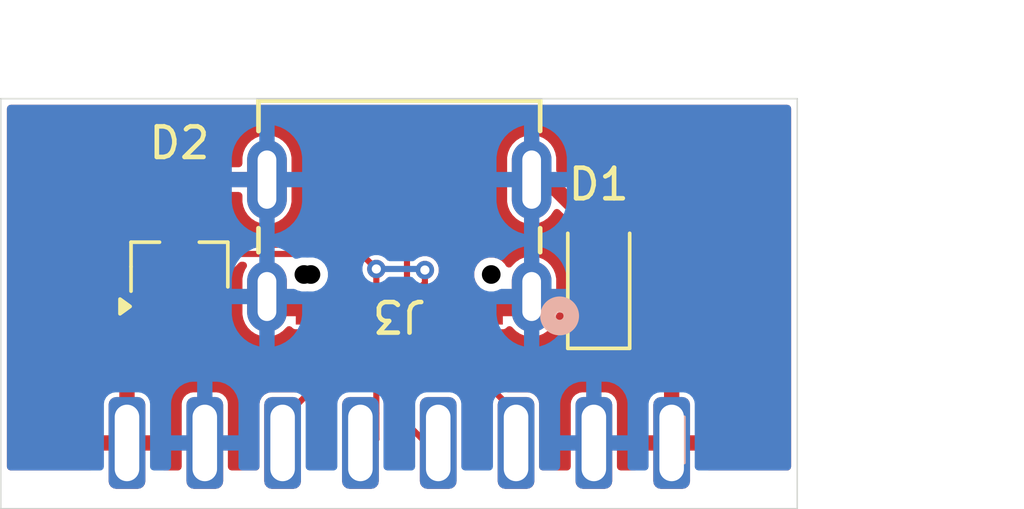
<source format=kicad_pcb>
(kicad_pcb (version 20241229) (generator "pcbnew") (generator_version "9.0")
  (title_block (title "Expansion Card Template") (rev "X1") (company "Framework") (comment 1 "This work is licensed under a Creative Commons Attribution 4.0 International License") (comment 4 "https://frame.work"))
  (layers (0 "F.Cu" signal) (2 "B.Cu" signal) (13 "F.Paste" user) (15 "B.Paste" user) (5 "F.SilkS" user "F.Silkscreen") (7 "B.SilkS" user "B.Silkscreen") (1 "F.Mask" user) (3 "B.Mask" user) (25 "Edge.Cuts" user))
  (net 0 "")
  (net 1 "GND")
  (net 2 "/USB_DN")
  (net 3 "VBUS")
  (net 4 "/USB_DP")
  (net 5 "/USB_CC")
  (net 6 "/USB_VCONN")
  (footprint "Diode_SMD:D_SMF" (layer "F.Cu") (at 160.975 139.55 90)
    (property "Reference" "D1" (at 3 0 180) (layer "F.SilkS"))
    (property "Value" "SMBJ51ACT-ND")
    (fp_line (start -2.36 -1.01) (end 1.4 -1.01) (stroke (width 0.12)) (layer "F.SilkS"))
    (fp_line (start -2.36 -1.01) (end -2.36 1.01) (stroke (width 0.12)) (layer "F.SilkS"))
    (fp_line (start -2.36 1.01) (end 1.4 1.01) (stroke (width 0.12)) (layer "F.SilkS"))
    (pad "1" smd roundrect (at -1.45 0 90) (size 1.3 1.4) (layers "F.Cu" "F.Mask" "F.Paste") (roundrect_rratio 0.1923076923) (net 3 "VBUS"))
    (pad "2" smd roundrect (at 1.45 0 90) (size 1.3 1.4) (layers "F.Cu" "F.Mask" "F.Paste") (roundrect_rratio 0.1923076923) (net 1 "GND"))
  )
  (footprint "Package_TO_SOT_SMD:SOT-23_Handsoldering" (layer "F.Cu") (at 147.2875 139.2 90)
    (property "Reference" "D2" (at 4 0 180) (layer "F.SilkS"))
    (property "Value" "ESD862DBZR" (hide yes))
    (fp_line (start 0.76 -1.58) (end 0.76 -0.65) (stroke (width 0.12)) (layer "F.SilkS"))
    (fp_line (start -0.04 -1.58) (end 0.76 -1.58) (stroke (width 0.12)) (layer "F.SilkS"))
    (fp_line (start -0.04 -1.58) (end -0.84 -1.58) (stroke (width 0.12)) (layer "F.SilkS"))
    (fp_line (start 0.76 1.58) (end 0.76 0.65) (stroke (width 0.12)) (layer "F.SilkS"))
    (fp_line (start 0.76 1.58) (end -0.7 1.58) (stroke (width 0.12)) (layer "F.SilkS"))
    (fp_poly (pts (xy -1.34 -1.61) (xy -1.58 -1.94) (xy -1.1 -1.94) (xy -1.34 -1.61)) (stroke (width 0.12)) (fill yes) (layer "F.SilkS"))
    (pad "1" smd roundrect (at -1.5 -0.95 90) (size 1.9 0.8) (layers "F.Cu" "F.Mask" "F.Paste") (net 4 "/USB_DP"))
    (pad "2" smd roundrect (at -1.5 0.95 90) (size 1.9 0.8) (layers "F.Cu" "F.Mask" "F.Paste") (net 2 "/USB_DN"))
    (pad "3" smd roundrect (at 1.5 0 90) (size 1.9 0.8) (layers "F.Cu" "F.Mask" "F.Paste") (net 1 "GND"))
  )
  (footprint "Mag Charger:USB C Socket" (layer "F.Cu") (at 154.465266 137.3951 180)
    (property "Reference" "J3" (at 0 -3.4544 180) (layer "F.SilkS"))
    (property "Value" "DX07S016JA3R1500")
    (fp_line (start 4.5974 3.5814) (end -4.5974 3.5814) (stroke (width 0.1524)) (layer "F.SilkS"))
    (fp_line (start 4.5974 2.587499) (end 4.5974 3.5814) (stroke (width 0.1524)) (layer "F.SilkS"))
    (fp_line (start 4.5974 -1.37221) (end 4.5974 -0.588677) (stroke (width 0.1524)) (layer "F.SilkS"))
    (fp_line (start -4.5974 3.5814) (end -4.5974 2.587499) (stroke (width 0.1524)) (layer "F.SilkS"))
    (fp_line (start -4.5974 -0.588677) (end -4.5974 -1.37221) (stroke (width 0.1524)) (layer "F.SilkS"))
    (fp_circle (center -5.2324 -3.4544) (end -4.8514 -3.4544) (stroke (width 0.508)) (fill no) (layer "B.SilkS"))
    (fp_line (start 2.8857 -2.100713) (end 3.1143 -2.100713) (stroke (width 0.6096)) (layer "Edge.Cuts"))
    (pad "" thru_hole oval (at -4.320032 0.999411 180) (size 1.2954 2.5908) (drill oval 0.6096 1.905) (layers "*.Cu" "*.Mask") (net 1 "GND"))
    (pad "" thru_hole oval (at -4.320002 -2.820589 180) (size 1.2954 2.3114) (drill oval 0.6096 1.6002) (layers "*.Cu" "*.Mask") (net 1 "GND"))
    (pad "" np_thru_hole circle (at -3 -2.100713 180) (size 0.6096 0.6096) (drill 0.6096) (layers))
    (pad "" np_thru_hole circle (at 2.8857 -2.100713 180) (size 0.6096 0.6096) (drill 0.6096) (layers))
    (pad "" np_thru_hole circle (at 3.1143 -2.100713 180) (size 0.6096 0.6096) (drill 0.6096) (layers))
    (pad "" thru_hole oval (at 4.320002 -2.820589 180) (size 1.2954 2.3114) (drill oval 0.6096 1.6002) (layers "*.Cu" "*.Mask") (net 1 "GND"))
    (pad "" thru_hole oval (at 4.320032 0.999411 180) (size 1.2954 2.5908) (drill oval 0.6096 1.905) (layers "*.Cu" "*.Mask") (net 1 "GND"))
    (pad "1" smd rect (at -3.1 -3.215589 180) (size 0.5588 1.0414) (layers "F.Cu" "F.Mask" "F.Paste") (net 1 "GND"))
    (pad "2" smd rect (at -2.368067 -3.215589 180) (size 0.5588 1.0414) (layers "F.Cu" "F.Mask" "F.Paste") (net 3 "VBUS"))
    (pad "3" smd rect (at -1.750441 -3.215589 180) (size 0.3302 1.0414) (layers "F.Cu" "F.Mask" "F.Paste") (net 5 "/USB_CC"))
    (pad "4" smd rect (at -1.250315 -3.215589 180) (size 0.3302 1.0414) (layers "F.Cu" "F.Mask" "F.Paste"))
    (pad "5" smd rect (at -0.750189 -3.215589 180) (size 0.3302 1.0414) (layers "F.Cu" "F.Mask" "F.Paste") (net 2 "/USB_DN"))
    (pad "6" smd rect (at -0.250063 -3.215589 180) (size 0.3302 1.0414) (layers "F.Cu" "F.Mask" "F.Paste") (net 4 "/USB_DP"))
    (pad "7" smd rect (at 0.250063 -3.215589 180) (size 0.3302 1.0414) (layers "F.Cu" "F.Mask" "F.Paste") (net 4 "/USB_DP"))
    (pad "8" smd rect (at 0.750189 -3.215589 180) (size 0.3302 1.0414) (layers "F.Cu" "F.Mask" "F.Paste") (net 2 "/USB_DN"))
    (pad "9" smd rect (at 1.250315 -3.215589 180) (size 0.3302 1.0414) (layers "F.Cu" "F.Mask" "F.Paste") (net 6 "/USB_VCONN"))
    (pad "10" smd rect (at 1.750441 -3.215589 180) (size 0.3302 1.0414) (layers "F.Cu" "F.Mask" "F.Paste"))
    (pad "11" smd rect (at 2.368067 -3.215589 180) (size 0.5588 1.0414) (layers "F.Cu" "F.Mask" "F.Paste") (net 3 "VBUS"))
    (pad "12" smd rect (at 3.1 -3.215589 180) (size 0.5588 1.0414) (layers "F.Cu" "F.Mask" "F.Paste") (net 1 "GND"))
    (pad "17" smd rect (at -1.4 0.999287 180) (size 0.9906 2.0066) (layers "F.Cu" "F.Mask" "F.Paste"))
    (pad "18" smd rect (at 1.4 0.999287 180) (size 0.9906 2.0066) (layers "F.Cu" "F.Mask" "F.Paste"))
  )
  (footprint "Mag Charger:Mag Connector" (layer "B.Cu") (at 154.465266 136.5 180)
    (property "Reference" "J1" (hide yes))
    (property "Value" "Conn_01x08" (hide yes))
    (fp_line (start -9.3 -7.65) (end -9.3 -9.15) (stroke (width 0.1)) (layer "B.SilkS"))
    (fp_line (start 0 -10.65) (end 13.01 -10.65) (stroke (width 0.05)) (layer "Edge.Cuts"))
    (fp_line (start 0 -10.65) (end -12.99 -10.65) (stroke (width 0.05)) (layer "Edge.Cuts"))
    (pad "1" thru_hole roundrect (at -8.89 -8.5 180) (size 1.2 3) (drill oval 0.8 2.5) (layers "*.Cu" "*.Mask") (roundrect_rratio 0.2083333333) (net 3 "VBUS"))
    (pad "2" thru_hole roundrect (at -6.35 -8.5 180) (size 1.2 3) (drill oval 0.8 2.5) (layers "*.Cu" "*.Mask") (roundrect_rratio 0.2083333333) (net 1 "GND"))
    (pad "3" thru_hole roundrect (at -3.81 -8.5 180) (size 1.2 3) (drill oval 0.8 2.5) (layers "*.Cu" "*.Mask") (roundrect_rratio 0.2083333333) (net 5 "/USB_CC"))
    (pad "4" thru_hole roundrect (at -1.27 -8.5 180) (size 1.2 3) (drill oval 0.8 2.5) (layers "*.Cu" "*.Mask") (roundrect_rratio 0.2083333333) (net 4 "/USB_DP"))
    (pad "5" thru_hole roundrect (at 1.27 -8.5 180) (size 1.2 3) (drill oval 0.8 2.5) (layers "*.Cu" "*.Mask") (roundrect_rratio 0.2083333333) (net 2 "/USB_DN"))
    (pad "6" thru_hole roundrect (at 3.81 -8.5 180) (size 1.2 3) (drill oval 0.8 2.5) (layers "*.Cu" "*.Mask") (roundrect_rratio 0.2083333333) (net 6 "/USB_VCONN"))
    (pad "7" thru_hole roundrect (at 6.35 -8.5 180) (size 1.2 3) (drill oval 0.8 2.5) (layers "*.Cu" "*.Mask") (roundrect_rratio 0.2083333333) (net 1 "GND"))
    (pad "8" thru_hole roundrect (at 8.89 -8.5 180) (size 1.2 3) (drill oval 0.8 2.5) (layers "*.Cu" "*.Mask") (roundrect_rratio 0.2083333333) (net 3 "VBUS"))
  )
  (gr_line (start 167.455266 133.75) (end 141.455266 133.75) (stroke (width 0.05)) (layer "Edge.Cuts"))
  (gr_line (start 141.455266 147.15) (end 141.455266 133.75) (stroke (width 0.05)) (layer "Edge.Cuts"))
  (gr_line (start 167.455266 147.15) (end 167.455266 133.75) (stroke (width 0.05)) (layer "Edge.Cuts"))
  (segment (start 150.145234 136.395689) (end 148.591811 136.395689) (width 0.5) (layer "F.Cu") (net 1))
  (segment (start 148.591811 136.395689) (end 147.2875 137.7) (width 0.5) (layer "F.Cu") (net 1))
  (segment (start 158.390268 140.610689) (end 158.785268 140.215689) (width 0.5) (layer "F.Cu") (net 1))
  (segment (start 158.785298 136.395689) (end 159.270689 136.395689) (width 0.5) (layer "F.Cu") (net 1))
  (segment (start 159.270689 136.395689) (end 160.975 138.1) (width 0.5) (layer "F.Cu") (net 1))
  (segment (start 150.540264 140.610689) (end 150.145264 140.215689) (width 0.5) (layer "F.Cu") (net 1))
  (segment (start 151.365266 140.610689) (end 150.540264 140.610689) (width 0.5) (layer "F.Cu") (net 1))
  (segment (start 157.565266 140.610689) (end 158.390268 140.610689) (width 0.5) (layer "F.Cu") (net 1))
  (segment (start 154.005041 141.747173) (end 154.005041 142.057209) (width 0.2) (layer "F.Cu") (net 2))
  (segment (start 153.715077 144.03825) (end 153.715077 144.875289) (width 0.2) (layer "F.Cu") (net 2))
  (segment (start 148.2375 139.75) (end 149.1625 138.825) (width 0.2) (layer "F.Cu") (net 2))
  (segment (start 153.224662 138.825) (end 153.715077 139.315415) (width 0.2) (layer "F.Cu") (net 2))
  (segment (start 155.225 140.601144) (end 155.215455 140.610689) (width 0.2) (layer "F.Cu") (net 2))
  (segment (start 153.715077 144.875289) (end 153.195266 145.3951) (width 0.2) (layer "F.Cu") (net 2))
  (segment (start 155.3 139.35) (end 155.3 139.775) (width 0.2) (layer "F.Cu") (net 2))
  (segment (start 149.1625 138.825) (end 153.224662 138.825) (width 0.2) (layer "F.Cu") (net 2))
  (segment (start 153.715077 139.315415) (end 153.715077 140.610689) (width 0.2) (layer "F.Cu") (net 2))
  (segment (start 153.715077 142.347173) (end 153.715077 142.657209) (width 0.2) (layer "F.Cu") (net 2))
  (segment (start 155.225 139.85) (end 155.225 140.601144) (width 0.2) (layer "F.Cu") (net 2))
  (segment (start 153.715077 142.657209) (end 153.715077 144.03825) (width 0.2) (layer "F.Cu") (net 2))
  (segment (start 148.2375 140.7) (end 148.2375 139.75) (width 0.2) (layer "F.Cu") (net 2))
  (segment (start 155.3 139.775) (end 155.225 139.85) (width 0.2) (layer "F.Cu") (net 2))
  (segment (start 153.715077 140.610689) (end 153.715077 141.457209) (width 0.2) (layer "F.Cu") (net 2))
  (via (at 153.715077 139.315415) (size 0.6) (drill 0.3) (layers "F.Cu" "B.Cu") (net 2))
  (via (at 155.3 139.35) (size 0.6) (drill 0.3) (layers "F.Cu" "B.Cu") (net 2))
  (arc (start 153.715077 141.457209) (mid 153.757541 141.559727) (end 153.860059 141.602191) (width 0.2) (layer "F.Cu") (net 2))
  (arc (start 154.005041 142.057209) (mid 153.962577 142.159727) (end 153.860059 142.202191) (width 0.2) (layer "F.Cu") (net 2))
  (arc (start 153.860059 142.202191) (mid 153.757541 142.244655) (end 153.715077 142.347173) (width 0.2) (layer "F.Cu") (net 2))
  (arc (start 153.860059 141.602191) (mid 153.962577 141.644655) (end 154.005041 141.747173) (width 0.2) (layer "F.Cu") (net 2))
  (segment (start 155.265415 139.315415) (end 155.3 139.35) (width 0.2) (layer "B.Cu") (net 2))
  (segment (start 153.715077 139.315415) (end 155.265415 139.315415) (width 0.2) (layer "B.Cu") (net 2))
  (segment (start 154.399 138.524) (end 154.715329 138.840329) (width 0.2) (layer "F.Cu") (net 4))
  (segment (start 154.715329 138.840329) (end 154.715329 140.610689) (width 0.2) (layer "F.Cu") (net 4))
  (segment (start 154.215203 140.610689) (end 154.715329 140.610689) (width 0.2) (layer "F.Cu") (net 4))
  (segment (start 154.715329 144.375163) (end 154.715329 140.610689) (width 0.2) (layer "F.Cu") (net 4))
  (segment (start 146.7 139.1) (end 148.461822 139.1) (width 0.2) (layer "F.Cu") (net 4))
  (segment (start 146.3375 140.7) (end 146.3375 139.4625) (width 0.2) (layer "F.Cu") (net 4))
  (segment (start 149.037822 138.524) (end 154.399 138.524) (width 0.2) (layer "F.Cu") (net 4))
  (segment (start 155.735266 145.3951) (end 154.715329 144.375163) (width 0.2) (layer "F.Cu") (net 4))
  (segment (start 146.3375 139.4625) (end 146.7 139.1) (width 0.2) (layer "F.Cu") (net 4))
  (segment (start 148.461822 139.1) (end 149.037822 138.524) (width 0.2) (layer "F.Cu") (net 4))
  (segment (start 156.215707 140.610689) (end 156.215707 141.965707) (width 0.2) (layer "F.Cu") (net 5))
  (segment (start 158.275266 144.025266) (end 158.275266 145.3951) (width 0.2) (layer "F.Cu") (net 5))
  (segment (start 156.215707 141.965707) (end 158.275266 144.025266) (width 0.2) (layer "F.Cu") (net 5))
  (segment (start 153.214951 141.660049) (end 153.214951 140.610689) (width 0.2) (layer "F.Cu") (net 6))
  (segment (start 150.655266 144.219734) (end 153.214951 141.660049) (width 0.2) (layer "F.Cu") (net 6))
  (segment (start 150.655266 145.3951) (end 150.655266 144.219734) (width 0.2) (layer "F.Cu") (net 6))
  (zone (net 3) (net_name "VBUS") (layer "F.Cu") (connect_pads (clearance 0.1524)) (min_thickness 0.25) (fill yes (thermal_gap 0.5) (thermal_bridge_width 0.5))
    (polygon (pts (xy 167.3 145.9) (xy 141.6 145.9) (xy 141.6 133.9) (xy 167.3 133.9)))
  )
  (zone (net 1) (net_name "GND") (layer "B.Cu") (priority 1) (connect_pads (clearance 0.1524)) (min_thickness 0.25) (fill yes (thermal_gap 0.5) (thermal_bridge_width 0.5))
    (polygon (pts (xy 167.3 145.9) (xy 141.6 145.9) (xy 141.6 133.9) (xy 167.3 133.9)))
  )
)
</source>
